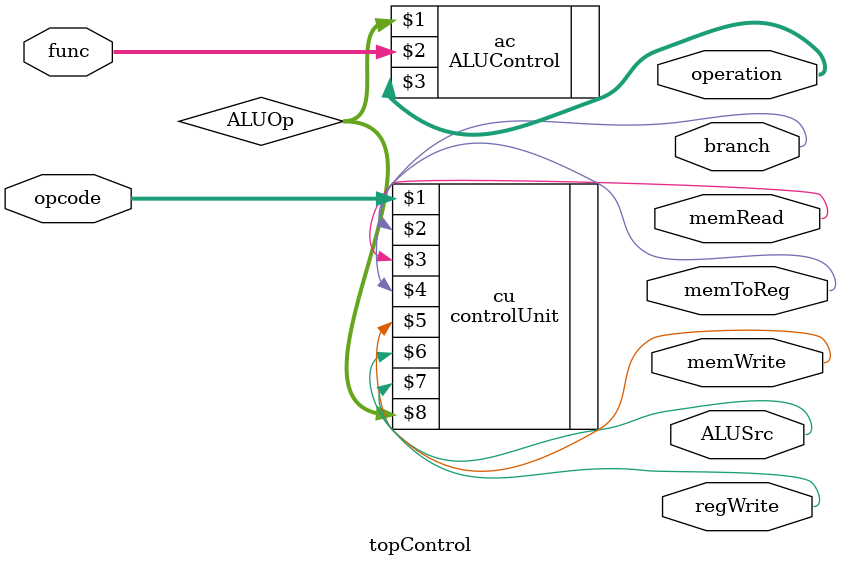
<source format=v>
module topControl(
	input [6:0] opcode,
	input [3:0] func,
	output branch, memRead, memToReg, memWrite, ALUSrc, regWrite,
	output [3:0] operation
);
	
	wire [1:0] ALUOp;
	
	controlUnit cu(opcode, branch, memRead, memToReg, memWrite, ALUSrc, regWrite, ALUOp);
	
	ALUControl ac(ALUOp, func, operation);
	
endmodule
	
	
	
</source>
